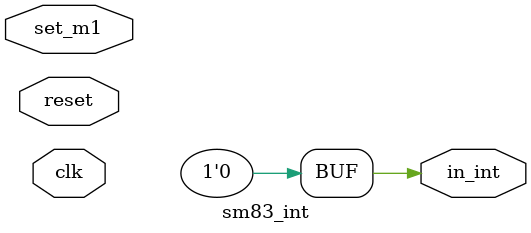
<source format=sv>
`default_nettype none

(* nolatches *)
module sm83_int(
		input  logic clk, reset,
		input  logic set_m1,
		output logic in_int,
	);

	assign in_int = 0;

endmodule

</source>
